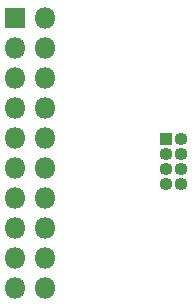
<source format=gbr>
%TF.GenerationSoftware,KiCad,Pcbnew,(5.1.6-0-10_14)*%
%TF.CreationDate,2022-05-20T12:20:58-05:00*%
%TF.ProjectId,programmer_adapter,70726f67-7261-46d6-9d65-725f61646170,rev?*%
%TF.SameCoordinates,Original*%
%TF.FileFunction,Soldermask,Bot*%
%TF.FilePolarity,Negative*%
%FSLAX46Y46*%
G04 Gerber Fmt 4.6, Leading zero omitted, Abs format (unit mm)*
G04 Created by KiCad (PCBNEW (5.1.6-0-10_14)) date 2022-05-20 12:20:58*
%MOMM*%
%LPD*%
G01*
G04 APERTURE LIST*
%ADD10R,1.800000X1.800000*%
%ADD11O,1.800000X1.800000*%
%ADD12R,1.100000X1.100000*%
%ADD13O,1.100000X1.100000*%
G04 APERTURE END LIST*
D10*
X69230000Y-54530000D03*
D11*
X71770000Y-54530000D03*
X69230000Y-57070000D03*
X71770000Y-57070000D03*
X69230000Y-59610000D03*
X71770000Y-59610000D03*
X69230000Y-62150000D03*
X71770000Y-62150000D03*
X69230000Y-64690000D03*
X71770000Y-64690000D03*
X69230000Y-67230000D03*
X71770000Y-67230000D03*
X69230000Y-69770000D03*
X71770000Y-69770000D03*
X69230000Y-72310000D03*
X71770000Y-72310000D03*
X69230000Y-74850000D03*
X71770000Y-74850000D03*
X69230000Y-77390000D03*
X71770000Y-77390000D03*
D12*
X81991200Y-64795400D03*
D13*
X83261200Y-64795400D03*
X81991200Y-66065400D03*
X83261200Y-66065400D03*
X81991200Y-67335400D03*
X83261200Y-67335400D03*
X81991200Y-68605400D03*
X83261200Y-68605400D03*
M02*

</source>
